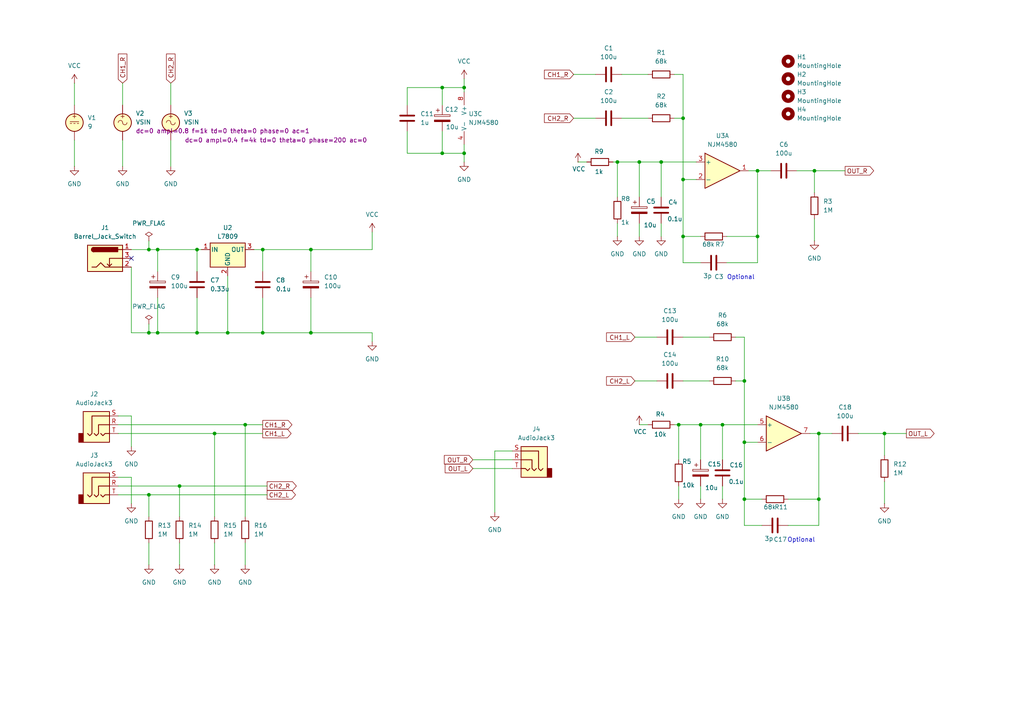
<source format=kicad_sch>
(kicad_sch (version 20231120) (generator "eeschema") (generator_version "8.0")
  (paper "A4")
  (lib_symbols
    (symbol "Amplifier_Operational:NJM4558" (pin_names (offset 0.127))
      (property "Reference" "U" (at 0 5.08 0))
      (property "Value" "NJM4558" (at 0 -5.08 0))
      (symbol "NJM4558_1_1"
        (polyline (pts (xy -5.08 5.08) (xy 5.08 0) (xy -5.08 -5.08) (xy -5.08 5.08)) (stroke (width 0.254)) (fill (type background)))
        (pin output line (at 7.62 0 180) (length 2.54) (name "~") (number "1"))
        (pin input line (at -7.62 -2.54 0) (length 2.54) (name "-") (number "2"))
        (pin input line (at -7.62 2.54 0) (length 2.54) (name "+") (number "3"))
      )
      (symbol "NJM4558_2_1"
        (polyline (pts (xy -5.08 5.08) (xy 5.08 0) (xy -5.08 -5.08) (xy -5.08 5.08)) (stroke (width 0.254)) (fill (type background)))
        (pin input line (at -7.62 2.54 0) (length 2.54) (name "+") (number "5"))
        (pin input line (at -7.62 -2.54 0) (length 2.54) (name "-") (number "6"))
        (pin output line (at 7.62 0 180) (length 2.54) (name "~") (number "7"))
      )
      (symbol "NJM4558_3_1"
        (pin power_in line (at -2.54 -7.62 90) (length 3.81) (name "V-") (number "4"))
        (pin power_in line (at -2.54 7.62 270) (length 3.81) (name "V+") (number "8"))
      )
    )
    (symbol "Connector:Barrel_Jack_Switch" (pin_names hide)
      (property "Reference" "J" (at 0 5.334 0))
      (property "Value" "Barrel_Jack_Switch" (at 0 -5.08 0))
      (symbol "Barrel_Jack_Switch_0_1"
        (rectangle (start -5.08 3.81) (end 5.08 -3.81) (stroke (width 0.254)) (fill (type background)))
        (arc (start -3.302 3.175) (mid -3.9343 2.54) (end -3.302 1.905) (stroke (width 0.254)))
        (arc (start -3.302 3.175) (mid -3.9343 2.54) (end -3.302 1.905) (stroke (width 0.254)) (fill (type outline)))
        (polyline (pts (xy 1.27 -2.286) (xy 1.905 -1.651)) (stroke (width 0.254)))
        (polyline (pts (xy 5.08 2.54) (xy 3.81 2.54)) (stroke (width 0.254)))
        (polyline (pts (xy 5.08 0) (xy 1.27 0) (xy 1.27 -2.286) (xy 0.635 -1.651)) (stroke (width 0.254)))
        (polyline (pts (xy -3.81 -2.54) (xy -2.54 -2.54) (xy -1.27 -1.27) (xy 0 -2.54) (xy 2.54 -2.54) (xy 5.08 -2.54)) (stroke (width 0.254)))
        (rectangle (start 3.683 3.175) (end -3.302 1.905) (stroke (width 0.254)) (fill (type outline)))
      )
      (symbol "Barrel_Jack_Switch_1_1"
        (pin passive line (at 7.62 2.54 180) (length 2.54) (name "~") (number "1"))
        (pin passive line (at 7.62 -2.54 180) (length 2.54) (name "~") (number "2"))
        (pin passive line (at 7.62 0 180) (length 2.54) (name "~") (number "3"))
      )
    )
    (symbol "Connector_Audio:AudioJack3"
      (property "Reference" "J" (at 0 8.89 0))
      (property "Value" "AudioJack3" (at 0 6.35 0))
      (symbol "AudioJack3_0_1"
        (rectangle (start -5.08 -5.08) (end -6.35 -2.54) (stroke (width 0.254)) (fill (type outline)))
        (polyline (pts (xy 0 -2.54) (xy 0.635 -3.175) (xy 1.27 -2.54) (xy 2.54 -2.54)) (stroke (width 0.254)))
        (polyline (pts (xy -1.905 -2.54) (xy -1.27 -3.175) (xy -0.635 -2.54) (xy -0.635 0) (xy 2.54 0)) (stroke (width 0.254)))
        (polyline (pts (xy 2.54 2.54) (xy -2.54 2.54) (xy -2.54 -2.54) (xy -3.175 -3.175) (xy -3.81 -2.54)) (stroke (width 0.254)))
        (rectangle (start 2.54 3.81) (end -5.08 -5.08) (stroke (width 0.254)) (fill (type background)))
      )
      (symbol "AudioJack3_1_1"
        (pin passive line (at 5.08 0 180) (length 2.54) (name "~") (number "R"))
        (pin passive line (at 5.08 2.54 180) (length 2.54) (name "~") (number "S"))
        (pin passive line (at 5.08 -2.54 180) (length 2.54) (name "~") (number "T"))
      )
    )
    (symbol "Device:C" (pin_numbers hide) (pin_names (offset 0.254))
      (property "Reference" "C" (at 0.635 2.54 0))
      (property "Value" "C" (at 0.635 -2.54 0))
      (symbol "C_0_1"
        (polyline (pts (xy -2.032 -0.762) (xy 2.032 -0.762)) (stroke (width 0.508)))
        (polyline (pts (xy -2.032 0.762) (xy 2.032 0.762)) (stroke (width 0.508)))
      )
      (symbol "C_1_1"
        (pin passive line (at 0 3.81 270) (length 2.794) (name "~") (number "1"))
        (pin passive line (at 0 -3.81 90) (length 2.794) (name "~") (number "2"))
      )
    )
    (symbol "Device:C_Polarized" (pin_numbers hide) (pin_names (offset 0.254))
      (property "Reference" "C" (at 0.635 2.54 0))
      (property "Value" "C_Polarized" (at 0.635 -2.54 0))
      (symbol "C_Polarized_0_1"
        (rectangle (start -2.286 0.508) (end 2.286 1.016))
        (polyline (pts (xy -1.778 2.286) (xy -0.762 2.286)))
        (polyline (pts (xy -1.27 2.794) (xy -1.27 1.778)))
        (rectangle (start 2.286 -0.508) (end -2.286 -1.016) (fill (type outline)))
      )
      (symbol "C_Polarized_1_1"
        (pin passive line (at 0 3.81 270) (length 2.794) (name "~") (number "1"))
        (pin passive line (at 0 -3.81 90) (length 2.794) (name "~") (number "2"))
      )
    )
    (symbol "Device:R" (pin_numbers hide) (pin_names (offset 0))
      (property "Reference" "R" (at 2.032 0 90))
      (property "Value" "R" (at 0 0 90))
      (symbol "R_0_1"
        (rectangle (start -1.016 -2.54) (end 1.016 2.54) (stroke (width 0.254)))
      )
      (symbol "R_1_1"
        (pin passive line (at 0 3.81 270) (length 1.27) (name "~") (number "1"))
        (pin passive line (at 0 -3.81 90) (length 1.27) (name "~") (number "2"))
      )
    )
    (symbol "Mechanical:MountingHole" (pin_names (offset 1.016)) (exclude_from_sim yes) (in_bom no)
      (property "Reference" "H" (at 0 5.08 0))
      (property "Value" "MountingHole" (at 0 3.175 0))
      (symbol "MountingHole_0_1"
        (circle (center 0 0) (radius 1.27) (stroke (width 1.27)))
      )
    )
    (symbol "Regulator_Linear:L7809" (pin_names (offset 0.254))
      (property "Reference" "U" (at -3.81 3.175 0))
      (property "Value" "L7809" (at 0 3.175 0))
      (symbol "L7809_0_1"
        (rectangle (start -5.08 1.905) (end 5.08 -5.08) (stroke (width 0.254)) (fill (type background)))
      )
      (symbol "L7809_1_1"
        (pin power_in line (at -7.62 0 0) (length 2.54) (name "IN") (number "1"))
        (pin power_in line (at 0 -7.62 90) (length 2.54) (name "GND") (number "2"))
        (pin power_out line (at 7.62 0 180) (length 2.54) (name "OUT") (number "3"))
      )
    )
    (symbol "Simulation_SPICE:VDC" (pin_numbers hide) (pin_names (offset 0.0254))
      (property "Reference" "V" (at 2.54 2.54 0))
      (property "Value" "1" (at 2.54 0 0))
      (symbol "VDC_0_0"
        (polyline (pts (xy -1.27 0.254) (xy 1.27 0.254)))
        (polyline (pts (xy -0.762 -0.254) (xy -1.27 -0.254)))
        (polyline (pts (xy 0.254 -0.254) (xy -0.254 -0.254)))
        (polyline (pts (xy 1.27 -0.254) (xy 0.762 -0.254)))
        (text "+" (at 0 1.905 0) (effects (font (size 1.27 1.27))))
      )
      (symbol "VDC_0_1"
        (circle (center 0 0) (radius 2.54) (stroke (width 0.254)) (fill (type background)))
      )
      (symbol "VDC_1_1"
        (pin passive line (at 0 5.08 270) (length 2.54) (name "~") (number "1"))
        (pin passive line (at 0 -5.08 90) (length 2.54) (name "~") (number "2"))
      )
    )
    (symbol "Simulation_SPICE:VSIN" (pin_numbers hide) (pin_names (offset 0.0254))
      (property "Reference" "V" (at 2.54 2.54 0))
      (property "Value" "VSIN" (at 2.54 0 0))
      (property "Sim.Params" "dc=0 ampl=1 f=1k ac=1" (at 2.54 -2.54 0))
      (symbol "VSIN_0_0"
        (arc (start 0 0) (mid -0.635 0.6323) (end -1.27 0))
        (arc (start 0 0) (mid 0.635 -0.6323) (end 1.27 0))
        (text "+" (at 0 1.905 0) (effects (font (size 1.27 1.27))))
      )
      (symbol "VSIN_0_1"
        (circle (center 0 0) (radius 2.54) (stroke (width 0.254)) (fill (type background)))
      )
      (symbol "VSIN_1_1"
        (pin passive line (at 0 5.08 270) (length 2.54) (name "~") (number "1"))
        (pin passive line (at 0 -5.08 90) (length 2.54) (name "~") (number "2"))
      )
    )
    (symbol "power:GND" (power) (pin_numbers hide) (pin_names (offset 0) hide)
      (property "Value" "GND" (at 0 -3.81 0))
      (symbol "GND_0_1"
        (polyline (pts (xy 0 0) (xy 0 -1.27) (xy 1.27 -1.27) (xy 0 -2.54) (xy -1.27 -1.27) (xy 0 -1.27)))
      )
      (symbol "GND_1_1"
        (pin power_in line (at 0 0 270) (length 0) (name "~") (number "1"))
      )
    )
    (symbol "power:PWR_FLAG" (power) (pin_numbers hide) (pin_names (offset 0) hide)
      (property "Value" "PWR_FLAG" (at 0 3.81 0))
      (symbol "PWR_FLAG_0_0"
        (pin power_out line (at 0 0 90) (length 0) (name "~") (number "1"))
      )
      (symbol "PWR_FLAG_0_1"
        (polyline (pts (xy 0 0) (xy 0 1.27) (xy -1.016 1.905) (xy 0 2.54) (xy 1.016 1.905) (xy 0 1.27)))
      )
    )
    (symbol "power:VCC" (power) (pin_numbers hide) (pin_names (offset 0) hide)
      (property "Value" "VCC" (at 0 3.556 0))
      (symbol "VCC_0_1"
        (polyline (pts (xy -0.762 1.27) (xy 0 2.54)))
        (polyline (pts (xy 0 0) (xy 0 2.54)))
        (polyline (pts (xy 0 2.54) (xy 0.762 1.27)))
      )
      (symbol "VCC_1_1"
        (pin power_in line (at 0 0 90) (length 0) (name "~") (number "1"))
      )
    )
  )
  (junction (at 90.17 72.39))
  (junction (at 134.62 25.4))
  (junction (at 43.18 143.51))
  (junction (at 185.42 46.99))
  (junction (at 45.72 72.39))
  (junction (at 191.77 46.99))
  (junction (at 198.12 34.29))
  (junction (at 90.17 96.52))
  (junction (at 215.9 128.27))
  (junction (at 76.2 96.52))
  (junction (at 76.2 72.39))
  (junction (at 128.27 25.4))
  (junction (at 71.12 123.19))
  (junction (at 215.9 110.49))
  (junction (at 237.49 125.73))
  (junction (at 43.18 96.52))
  (junction (at 43.18 72.39))
  (junction (at 236.22 49.53))
  (junction (at 45.72 96.52))
  (junction (at 52.07 140.97))
  (junction (at 256.54 125.73))
  (junction (at 196.85 123.19))
  (junction (at 179.07 46.99))
  (junction (at 57.15 96.52))
  (junction (at 219.71 49.53))
  (junction (at 66.04 96.52))
  (junction (at 209.55 123.19))
  (junction (at 198.12 52.07))
  (junction (at 62.23 125.73))
  (junction (at 215.9 144.78))
  (junction (at 128.27 44.45))
  (junction (at 57.15 72.39))
  (junction (at 198.12 68.58))
  (junction (at 134.62 44.45))
  (junction (at 203.2 123.19))
  (junction (at 237.49 144.78))
  (junction (at 219.71 68.58))
  (no_connect (at 38.1 74.93))
  (wire (pts (xy 52.07 140.97) (xy 52.07 149.86)))
  (wire (pts (xy 38.1 138.43) (xy 38.1 146.05)))
  (wire (pts (xy 90.17 72.39) (xy 107.95 72.39)))
  (wire (pts (xy 71.12 123.19) (xy 76.2 123.19)))
  (wire (pts (xy 209.55 123.19) (xy 219.71 123.19)))
  (wire (pts (xy 203.2 140.97) (xy 203.2 144.78)))
  (wire (pts (xy 118.11 25.4) (xy 128.27 25.4)))
  (wire (pts (xy 237.49 144.78) (xy 237.49 152.4)))
  (wire (pts (xy 166.37 21.59) (xy 172.72 21.59)))
  (wire (pts (xy 21.59 24.13) (xy 21.59 30.48)))
  (wire (pts (xy 195.58 21.59) (xy 198.12 21.59)))
  (wire (pts (xy 38.1 77.47) (xy 38.1 96.52)))
  (wire (pts (xy 184.15 110.49) (xy 190.5 110.49)))
  (wire (pts (xy 57.15 86.36) (xy 57.15 96.52)))
  (wire (pts (xy 203.2 123.19) (xy 203.2 133.35)))
  (wire (pts (xy 148.59 130.81) (xy 143.51 130.81)))
  (wire (pts (xy 45.72 72.39) (xy 57.15 72.39)))
  (wire (pts (xy 43.18 157.48) (xy 43.18 163.83)))
  (wire (pts (xy 134.62 41.91) (xy 134.62 44.45)))
  (wire (pts (xy 256.54 125.73) (xy 262.89 125.73)))
  (wire (pts (xy 35.56 40.64) (xy 35.56 48.26)))
  (wire (pts (xy 198.12 76.2) (xy 198.12 68.58)))
  (wire (pts (xy 34.29 123.19) (xy 71.12 123.19)))
  (wire (pts (xy 45.72 72.39) (xy 45.72 78.74)))
  (wire (pts (xy 220.98 144.78) (xy 215.9 144.78)))
  (wire (pts (xy 219.71 68.58) (xy 219.71 76.2)))
  (wire (pts (xy 234.95 125.73) (xy 237.49 125.73)))
  (wire (pts (xy 45.72 86.36) (xy 45.72 96.52)))
  (wire (pts (xy 73.66 72.39) (xy 76.2 72.39)))
  (wire (pts (xy 134.62 44.45) (xy 134.62 46.99)))
  (wire (pts (xy 184.15 97.79) (xy 190.5 97.79)))
  (wire (pts (xy 34.29 125.73) (xy 62.23 125.73)))
  (wire (pts (xy 34.29 140.97) (xy 52.07 140.97)))
  (wire (pts (xy 134.62 22.86) (xy 134.62 25.4)))
  (wire (pts (xy 191.77 57.15) (xy 191.77 46.99)))
  (wire (pts (xy 195.58 123.19) (xy 196.85 123.19)))
  (wire (pts (xy 57.15 72.39) (xy 58.42 72.39)))
  (wire (pts (xy 43.18 96.52) (xy 45.72 96.52)))
  (wire (pts (xy 57.15 96.52) (xy 66.04 96.52)))
  (wire (pts (xy 45.72 96.52) (xy 57.15 96.52)))
  (wire (pts (xy 128.27 25.4) (xy 128.27 30.48)))
  (wire (pts (xy 90.17 86.36) (xy 90.17 96.52)))
  (wire (pts (xy 71.12 157.48) (xy 71.12 163.83)))
  (wire (pts (xy 220.98 152.4) (xy 215.9 152.4)))
  (wire (pts (xy 236.22 63.5) (xy 236.22 69.85)))
  (wire (pts (xy 236.22 49.53) (xy 236.22 55.88)))
  (wire (pts (xy 167.64 46.99) (xy 170.18 46.99)))
  (wire (pts (xy 198.12 97.79) (xy 205.74 97.79)))
  (wire (pts (xy 228.6 144.78) (xy 237.49 144.78)))
  (wire (pts (xy 118.11 38.1) (xy 118.11 44.45)))
  (wire (pts (xy 71.12 123.19) (xy 71.12 149.86)))
  (wire (pts (xy 185.42 46.99) (xy 191.77 46.99)))
  (wire (pts (xy 209.55 140.97) (xy 209.55 144.78)))
  (wire (pts (xy 248.92 125.73) (xy 256.54 125.73)))
  (wire (pts (xy 49.53 40.64) (xy 49.53 48.26)))
  (wire (pts (xy 62.23 125.73) (xy 76.2 125.73)))
  (wire (pts (xy 43.18 143.51) (xy 77.47 143.51)))
  (wire (pts (xy 219.71 49.53) (xy 223.52 49.53)))
  (wire (pts (xy 191.77 64.77) (xy 191.77 68.58)))
  (wire (pts (xy 198.12 34.29) (xy 198.12 52.07)))
  (wire (pts (xy 237.49 125.73) (xy 241.3 125.73)))
  (wire (pts (xy 34.29 120.65) (xy 38.1 120.65)))
  (wire (pts (xy 191.77 46.99) (xy 201.93 46.99)))
  (wire (pts (xy 137.16 135.89) (xy 148.59 135.89)))
  (wire (pts (xy 66.04 96.52) (xy 76.2 96.52)))
  (wire (pts (xy 179.07 64.77) (xy 179.07 68.58)))
  (wire (pts (xy 236.22 49.53) (xy 245.11 49.53)))
  (wire (pts (xy 52.07 157.48) (xy 52.07 163.83)))
  (wire (pts (xy 215.9 110.49) (xy 215.9 128.27)))
  (wire (pts (xy 210.82 68.58) (xy 219.71 68.58)))
  (wire (pts (xy 215.9 144.78) (xy 215.9 128.27)))
  (wire (pts (xy 90.17 96.52) (xy 107.95 96.52)))
  (wire (pts (xy 180.34 21.59) (xy 187.96 21.59)))
  (wire (pts (xy 43.18 93.98) (xy 43.18 96.52)))
  (wire (pts (xy 128.27 25.4) (xy 134.62 25.4)))
  (wire (pts (xy 185.42 46.99) (xy 185.42 57.15)))
  (wire (pts (xy 213.36 110.49) (xy 215.9 110.49)))
  (wire (pts (xy 62.23 125.73) (xy 62.23 149.86)))
  (wire (pts (xy 195.58 34.29) (xy 198.12 34.29)))
  (wire (pts (xy 196.85 140.97) (xy 196.85 144.78)))
  (wire (pts (xy 196.85 123.19) (xy 196.85 133.35)))
  (wire (pts (xy 76.2 96.52) (xy 90.17 96.52)))
  (wire (pts (xy 52.07 140.97) (xy 77.47 140.97)))
  (wire (pts (xy 128.27 38.1) (xy 128.27 44.45)))
  (wire (pts (xy 38.1 96.52) (xy 43.18 96.52)))
  (wire (pts (xy 198.12 68.58) (xy 198.12 52.07)))
  (wire (pts (xy 49.53 24.13) (xy 49.53 30.48)))
  (wire (pts (xy 180.34 34.29) (xy 187.96 34.29)))
  (wire (pts (xy 209.55 133.35) (xy 209.55 123.19)))
  (wire (pts (xy 228.6 152.4) (xy 237.49 152.4)))
  (wire (pts (xy 198.12 52.07) (xy 201.93 52.07)))
  (wire (pts (xy 203.2 123.19) (xy 209.55 123.19)))
  (wire (pts (xy 219.71 49.53) (xy 219.71 68.58)))
  (wire (pts (xy 231.14 49.53) (xy 236.22 49.53)))
  (wire (pts (xy 134.62 25.4) (xy 134.62 26.67)))
  (wire (pts (xy 66.04 96.52) (xy 66.04 80.01)))
  (wire (pts (xy 43.18 72.39) (xy 45.72 72.39)))
  (wire (pts (xy 76.2 72.39) (xy 76.2 78.74)))
  (wire (pts (xy 107.95 96.52) (xy 107.95 99.06)))
  (wire (pts (xy 90.17 72.39) (xy 90.17 78.74)))
  (wire (pts (xy 179.07 46.99) (xy 185.42 46.99)))
  (wire (pts (xy 215.9 152.4) (xy 215.9 144.78)))
  (wire (pts (xy 43.18 69.85) (xy 43.18 72.39)))
  (wire (pts (xy 38.1 72.39) (xy 43.18 72.39)))
  (wire (pts (xy 217.17 49.53) (xy 219.71 49.53)))
  (wire (pts (xy 62.23 157.48) (xy 62.23 163.83)))
  (wire (pts (xy 215.9 97.79) (xy 215.9 110.49)))
  (wire (pts (xy 34.29 138.43) (xy 38.1 138.43)))
  (wire (pts (xy 210.82 76.2) (xy 219.71 76.2)))
  (wire (pts (xy 198.12 21.59) (xy 198.12 34.29)))
  (wire (pts (xy 203.2 68.58) (xy 198.12 68.58)))
  (wire (pts (xy 34.29 143.51) (xy 43.18 143.51)))
  (wire (pts (xy 107.95 67.31) (xy 107.95 72.39)))
  (wire (pts (xy 185.42 123.19) (xy 187.96 123.19)))
  (wire (pts (xy 76.2 96.52) (xy 76.2 86.36)))
  (wire (pts (xy 137.16 133.35) (xy 148.59 133.35)))
  (wire (pts (xy 213.36 97.79) (xy 215.9 97.79)))
  (wire (pts (xy 256.54 139.7) (xy 256.54 146.05)))
  (wire (pts (xy 185.42 64.77) (xy 185.42 68.58)))
  (wire (pts (xy 143.51 130.81) (xy 143.51 148.59)))
  (wire (pts (xy 118.11 30.48) (xy 118.11 25.4)))
  (wire (pts (xy 177.8 46.99) (xy 179.07 46.99)))
  (wire (pts (xy 57.15 72.39) (xy 57.15 78.74)))
  (wire (pts (xy 203.2 76.2) (xy 198.12 76.2)))
  (wire (pts (xy 256.54 125.73) (xy 256.54 132.08)))
  (wire (pts (xy 237.49 125.73) (xy 237.49 144.78)))
  (wire (pts (xy 215.9 128.27) (xy 219.71 128.27)))
  (wire (pts (xy 38.1 120.65) (xy 38.1 129.54)))
  (wire (pts (xy 43.18 143.51) (xy 43.18 149.86)))
  (wire (pts (xy 35.56 24.13) (xy 35.56 30.48)))
  (wire (pts (xy 198.12 110.49) (xy 205.74 110.49)))
  (wire (pts (xy 196.85 123.19) (xy 203.2 123.19)))
  (wire (pts (xy 118.11 44.45) (xy 128.27 44.45)))
  (wire (pts (xy 21.59 40.64) (xy 21.59 48.26)))
  (wire (pts (xy 166.37 34.29) (xy 172.72 34.29)))
  (wire (pts (xy 76.2 72.39) (xy 90.17 72.39)))
  (wire (pts (xy 128.27 44.45) (xy 134.62 44.45)))
  (wire (pts (xy 179.07 46.99) (xy 179.07 57.15)))
  (text "Optional" (at 214.884 80.518 0) (effects (font (size 1.27 1.27))))
  (text "Optional" (at 232.41 156.718 0) (effects (font (size 1.27 1.27))))
  (global_label "CH1_R" (shape input) (at 35.56 24.13 90) (property "Intersheetrefs" "${INTERSHEET_REFS}" (effects (hide yes))))
  (global_label "OUT_L" (shape output) (at 262.89 125.73 0) (property "Intersheetrefs" "${INTERSHEET_REFS}" (effects (hide yes))))
  (global_label "CH1_R" (shape input) (at 166.37 21.59 180) (property "Intersheetrefs" "${INTERSHEET_REFS}" (effects (hide yes))))
  (global_label "CH1_L" (shape output) (at 76.2 125.73 0) (property "Intersheetrefs" "${INTERSHEET_REFS}" (effects (hide yes))))
  (global_label "CH2_R" (shape input) (at 49.53 24.13 90) (property "Intersheetrefs" "${INTERSHEET_REFS}" (effects (hide yes))))
  (global_label "CH1_R" (shape output) (at 76.2 123.19 0) (property "Intersheetrefs" "${INTERSHEET_REFS}" (effects (hide yes))))
  (global_label "OUT_R" (shape output) (at 245.11 49.53 0) (property "Intersheetrefs" "${INTERSHEET_REFS}" (effects (hide yes))))
  (global_label "CH1_L" (shape input) (at 184.15 97.79 180) (property "Intersheetrefs" "${INTERSHEET_REFS}" (effects (hide yes))))
  (global_label "CH2_L" (shape input) (at 184.15 110.49 180) (property "Intersheetrefs" "${INTERSHEET_REFS}" (effects (hide yes))))
  (global_label "CH2_R" (shape output) (at 77.47 140.97 0) (property "Intersheetrefs" "${INTERSHEET_REFS}" (effects (hide yes))))
  (global_label "OUT_R" (shape input) (at 137.16 133.35 180) (property "Intersheetrefs" "${INTERSHEET_REFS}" (effects (hide yes))))
  (global_label "CH2_R" (shape input) (at 166.37 34.29 180) (property "Intersheetrefs" "${INTERSHEET_REFS}" (effects (hide yes))))
  (global_label "OUT_L" (shape input) (at 137.16 135.89 180) (property "Intersheetrefs" "${INTERSHEET_REFS}" (effects (hide yes))))
  (global_label "CH2_L" (shape output) (at 77.47 143.51 0) (property "Intersheetrefs" "${INTERSHEET_REFS}" (effects (hide yes))))
  (symbol (lib_id "Device:C") (at 176.53 21.59 90) (unit 1)
    (property "Reference" "C1" (at 176.53 13.97 90))
    (property "Value" "100u" (at 176.53 16.51 90))
    (property "Footprint" "Capacitor_THT:CP_Radial_D8.0mm_P3.50mm" (effects (hide yes)))
    (property "Description" "Unpolarized capacitor" (effects (hide yes)))
    (property "URL" "https://akizukidenshi.com/catalog/g/g105041/" (effects (hide yes)))
  )
  (symbol (lib_id "Device:C") (at 191.77 60.96 0) (unit 1)
    (property "Reference" "C4" (at 193.802 58.674 0) (effects (justify left)))
    (property "Value" "0.1u" (at 193.548 63.5 0) (effects (justify left)))
    (property "Footprint" "Capacitor_THT:C_Disc_D3.8mm_W2.6mm_P2.50mm" (effects (hide yes)))
    (property "Description" "Unpolarized capacitor" (effects (hide yes)))
  )
  (symbol (lib_id "power:GND") (at 179.07 68.58 0) (mirror y) (unit 1)
    (property "Reference" "#PWR014" (effects (hide yes)))
    (property "Value" "GND" (at 179.07 73.66 0))
    (property "Description" "Power symbol creates a global label with name \"GND\" , ground" (effects (hide yes)))
  )
  (symbol (lib_id "Regulator_Linear:L7809") (at 66.04 72.39 0) (unit 1) (exclude_from_sim yes)
    (property "Reference" "U2" (at 66.04 66.04 0))
    (property "Value" "L7809" (at 66.04 68.58 0))
    (property "Footprint" "Package_TO_SOT_THT:TO-220-3_Vertical" (effects (hide yes)))
    (property "Datasheet" "http://www.st.com/content/ccc/resource/technical/document/datasheet/41/4f/b3/b0/12/d4/47/88/CD00000444.pdf/files/CD00000444.pdf/jcr:content/translations/en.CD00000444.pdf" (effects (hide yes)))
    (property "Description" "Positive 1.5A 35V Linear Regulator, Fixed Output 9V, TO-220/TO-263/TO-252" (effects (hide yes)))
    (property "URL" "https://akizukidenshi.com/catalog/g/g111165/" (effects (hide yes)))
    (property "MPN" "L7809CV" (effects (hide yes)))
    (property "purchase" "1" (effects (hide yes)))
  )
  (symbol (lib_id "power:VCC") (at 134.62 22.86 0) (unit 1)
    (property "Reference" "#PWR07" (effects (hide yes)))
    (property "Value" "VCC" (at 134.62 17.78 0))
    (property "Description" "Power symbol creates a global label with name \"VCC\"" (effects (hide yes)))
  )
  (symbol (lib_id "Connector_Audio:AudioJack3") (at 29.21 140.97 0) (unit 1) (exclude_from_sim yes)
    (property "Reference" "J3" (at 27.305 132.08 0))
    (property "Value" "AudioJack3" (at 27.305 134.62 0))
    (property "Footprint" "Connector_Audio:Jack_3.5mm_Switronic_ST-005-G_horizontal" (effects (hide yes)))
    (property "Description" "Audio Jack, 3 Poles (Stereo / TRS)" (effects (hide yes)))
    (property "MPN" "ST-005-G" (effects (hide yes)))
    (property "URL" "https://akizukidenshi.com/catalog/g/g102460/" (effects (hide yes)))
    (property "purchase" "3" (effects (hide yes)))
  )
  (symbol (lib_id "Device:C_Polarized") (at 90.17 82.55 0) (unit 1) (exclude_from_sim yes)
    (property "Reference" "C10" (at 93.98 80.3909 0) (effects (justify left)))
    (property "Value" "100u" (at 93.98 82.9309 0) (effects (justify left)))
    (property "Footprint" "Capacitor_THT:CP_Radial_D5.0mm_P2.50mm" (effects (hide yes)))
    (property "Description" "Polarized capacitor" (effects (hide yes)))
  )
  (symbol (lib_id "power:GND") (at 134.62 46.99 0) (mirror y) (unit 1)
    (property "Reference" "#PWR08" (effects (hide yes)))
    (property "Value" "GND" (at 134.62 52.07 0))
    (property "Description" "Power symbol creates a global label with name \"GND\" , ground" (effects (hide yes)))
  )
  (symbol (lib_id "Device:C_Polarized") (at 203.2 137.16 0) (unit 1)
    (property "Reference" "C15" (at 205.232 134.62 0) (effects (justify left)))
    (property "Value" "10u" (at 204.47 141.478 0) (effects (justify left)))
    (property "Footprint" "Capacitor_THT:C_Disc_D3.8mm_W2.6mm_P2.50mm" (effects (hide yes)))
    (property "Description" "Polarized capacitor" (effects (hide yes)))
    (property "MPN" "RD20F106Z1EH5L" (effects (hide yes)))
    (property "URL" "https://akizukidenshi.com/catalog/g/g103095/" (effects (hide yes)))
    (property "purchase" "1" (effects (hide yes)))
  )
  (symbol (lib_id "power:GND") (at 203.2 144.78 0) (mirror y) (unit 1)
    (property "Reference" "#PWR09" (effects (hide yes)))
    (property "Value" "GND" (at 203.2 149.86 0))
    (property "Description" "Power symbol creates a global label with name \"GND\" , ground" (effects (hide yes)))
  )
  (symbol (lib_id "Device:R") (at 52.07 153.67 0) (unit 1) (exclude_from_sim yes)
    (property "Reference" "R14" (at 54.61 152.3999 0) (effects (justify left)))
    (property "Value" "1M" (at 54.61 154.9399 0) (effects (justify left)))
    (property "Footprint" "Resistor_THT:R_Axial_DIN0411_L9.9mm_D3.6mm_P15.24mm_Horizontal" (effects (hide yes)))
    (property "Description" "Resistor" (effects (hide yes)))
    (property "URL" "https://akizukidenshi.com/catalog/g/g125105/" (effects (hide yes)))
    (property "purchase" "6" (effects (hide yes)))
  )
  (symbol (lib_id "power:GND") (at 43.18 163.83 0) (mirror y) (unit 1)
    (property "Reference" "#PWR019" (effects (hide yes)))
    (property "Value" "GND" (at 43.18 168.91 0))
    (property "Description" "Power symbol creates a global label with name \"GND\" , ground" (effects (hide yes)))
  )
  (symbol (lib_id "Device:C") (at 227.33 49.53 90) (unit 1)
    (property "Reference" "C6" (at 227.33 41.91 90))
    (property "Value" "100u" (at 227.33 44.45 90))
    (property "Footprint" "Capacitor_THT:CP_Radial_D8.0mm_P3.50mm" (effects (hide yes)))
    (property "Description" "Unpolarized capacitor" (effects (hide yes)))
    (property "URL" "https://akizukidenshi.com/catalog/g/g105041/" (effects (hide yes)))
    (property "purchase" "1" (effects (hide yes)))
  )
  (symbol (lib_id "Mechanical:MountingHole") (at 228.6 33.02 0) (unit 1) (exclude_from_sim yes) (in_bom no)
    (property "Reference" "H4" (at 231.14 31.7499 0) (effects (justify left)))
    (property "Value" "MountingHole" (at 231.14 34.2899 0) (effects (justify left)))
    (property "Footprint" "MountingHole:MountingHole_3.2mm_M3" (effects (hide yes)))
    (property "Description" "Mounting Hole without connection" (effects (hide yes)))
  )
  (symbol (lib_id "power:PWR_FLAG") (at 43.18 93.98 0) (unit 1)
    (property "Reference" "#FLG02" (effects (hide yes)))
    (property "Value" "PWR_FLAG" (at 43.18 88.9 0))
    (property "Description" "Special symbol for telling ERC where power comes from" (effects (hide yes)))
  )
  (symbol (lib_id "Device:R") (at 236.22 59.69 0) (unit 1)
    (property "Reference" "R3" (at 238.76 58.4199 0) (effects (justify left)))
    (property "Value" "1M" (at 238.76 60.9599 0) (effects (justify left)))
    (property "Footprint" "Resistor_THT:R_Axial_DIN0411_L9.9mm_D3.6mm_P15.24mm_Horizontal" (effects (hide yes)))
    (property "Description" "Resistor" (effects (hide yes)))
    (property "URL" "https://akizukidenshi.com/catalog/g/g125105/" (effects (hide yes)))
    (property "purchase" "6" (effects (hide yes)))
  )
  (symbol (lib_id "Simulation_SPICE:VDC") (at 21.59 35.56 0) (unit 1) (in_bom no) (on_board no)
    (property "Reference" "V1" (at 25.4 34.1601 0) (effects (justify left)))
    (property "Value" "9" (at 25.4 36.7001 0) (effects (justify left)))
    (property "Datasheet" "https://ngspice.sourceforge.io/docs/ngspice-html-manual/manual.xhtml#sec_Independent_Sources_for" (effects (hide yes)))
    (property "Description" "Voltage source, DC" (effects (hide yes)))
    (property "Sim.Pins" "1=+ 2=-" (effects (hide yes)))
    (property "Sim.Type" "DC" (effects (hide yes)))
    (property "Sim.Device" "V" (effects (hide yes)))
  )
  (symbol (lib_id "Simulation_SPICE:VSIN") (at 35.56 35.56 0) (unit 1) (in_bom no) (on_board no)
    (property "Reference" "V2" (at 39.37 32.8901 0) (effects (justify left)))
    (property "Value" "VSIN" (at 39.37 35.4301 0) (effects (justify left)))
    (property "Datasheet" "https://ngspice.sourceforge.io/docs/ngspice-html-manual/manual.xhtml#sec_Independent_Sources_for" (effects (hide yes)))
    (property "Description" "Voltage source, sinusoidal" (effects (hide yes)))
    (property "Sim.Pins" "1=+ 2=-" (effects (hide yes)))
    (property "Sim.Params" "dc=0 ampl=0.8 f=1k td=0 theta=0 phase=0 ac=1" (at 39.37 37.9701 0) (effects (justify left)))
    (property "Sim.Type" "SIN" (effects (hide yes)))
    (property "Sim.Device" "V" (effects (hide yes)))
  )
  (symbol (lib_id "Device:R") (at 173.99 46.99 90) (unit 1)
    (property "Reference" "R9" (at 173.736 43.942 90))
    (property "Value" "1k" (at 173.736 49.784 90))
    (property "Footprint" "Resistor_THT:R_Axial_DIN0411_L9.9mm_D3.6mm_P15.24mm_Horizontal" (effects (hide yes)))
    (property "Description" "Resistor" (effects (hide yes)))
  )
  (symbol (lib_id "power:GND") (at 209.55 144.78 0) (mirror y) (unit 1)
    (property "Reference" "#PWR016" (effects (hide yes)))
    (property "Value" "GND" (at 209.55 149.86 0))
    (property "Description" "Power symbol creates a global label with name \"GND\" , ground" (effects (hide yes)))
  )
  (symbol (lib_id "Device:C") (at 176.53 34.29 90) (unit 1)
    (property "Reference" "C2" (at 176.53 26.67 90))
    (property "Value" "100u" (at 176.53 29.21 90))
    (property "Footprint" "Capacitor_THT:CP_Radial_D8.0mm_P3.50mm" (effects (hide yes)))
    (property "Description" "Unpolarized capacitor" (effects (hide yes)))
    (property "URL" "https://akizukidenshi.com/catalog/g/g105041/" (effects (hide yes)))
  )
  (symbol (lib_id "Device:C") (at 245.11 125.73 90) (unit 1)
    (property "Reference" "C18" (at 245.11 118.11 90))
    (property "Value" "100u" (at 245.11 120.65 90))
    (property "Footprint" "Capacitor_THT:CP_Radial_D8.0mm_P3.50mm" (effects (hide yes)))
    (property "Description" "Unpolarized capacitor" (effects (hide yes)))
    (property "URL" "https://akizukidenshi.com/catalog/g/g105041/" (effects (hide yes)))
  )
  (symbol (lib_id "power:VCC") (at 21.59 24.13 0) (unit 1)
    (property "Reference" "#PWR010" (effects (hide yes)))
    (property "Value" "VCC" (at 21.59 19.05 0))
    (property "Description" "Power symbol creates a global label with name \"VCC\"" (effects (hide yes)))
  )
  (symbol (lib_id "Amplifier_Operational:NJM4558") (at 137.16 34.29 0) (unit 3)
    (property "Reference" "U3" (at 135.89 33.0199 0) (effects (justify left)))
    (property "Value" "NJM4580" (at 135.89 35.5599 0) (effects (justify left)))
    (property "Footprint" "Package_DIP:DIP-8_W7.62mm" (effects (hide yes)))
    (property "Description" "Dual Operational Amplifier, DIP-8/DMP-8/SIP-8/SOP-8/SSOP-8" (effects (hide yes)))
    (property "Sim.Library" "${KICAD7_SYMBOL_DIR}/Simulation_SPICE.sp" (effects (hide yes)))
    (property "Sim.Name" "kicad_builtin_opamp_dual" (effects (hide yes)))
    (property "Sim.Device" "SUBCKT" (effects (hide yes)))
    (property "Sim.Pins" "1=out1 2=in1- 3=in1+ 4=vee 5=in2+ 6=in2- 7=out2 8=vcc" (effects (hide yes)))
    (property "purchase" "0" (effects (hide yes)))
  )
  (symbol (lib_id "Device:C") (at 76.2 82.55 0) (unit 1) (exclude_from_sim yes)
    (property "Reference" "C8" (at 80.01 81.2799 0) (effects (justify left)))
    (property "Value" "0.1u" (at 80.01 83.8199 0) (effects (justify left)))
    (property "Footprint" "Capacitor_THT:C_Disc_D3.8mm_W2.6mm_P2.50mm" (effects (hide yes)))
    (property "Description" "Unpolarized capacitor" (effects (hide yes)))
  )
  (symbol (lib_id "power:GND") (at 49.53 48.26 0) (mirror y) (unit 1)
    (property "Reference" "#PWR015" (effects (hide yes)))
    (property "Value" "GND" (at 49.53 53.34 0))
    (property "Description" "Power symbol creates a global label with name \"GND\" , ground" (effects (hide yes)))
  )
  (symbol (lib_id "Device:R") (at 179.07 60.96 0) (unit 1)
    (property "Reference" "R8" (at 180.086 57.658 0) (effects (justify left)))
    (property "Value" "1k" (at 180.086 64.516 0) (effects (justify left)))
    (property "Footprint" "Resistor_THT:R_Axial_DIN0411_L9.9mm_D3.6mm_P15.24mm_Horizontal" (effects (hide yes)))
    (property "Description" "Resistor" (effects (hide yes)))
  )
  (symbol (lib_id "Device:C_Polarized") (at 128.27 34.29 0) (unit 1)
    (property "Reference" "C12" (at 129.032 31.75 0) (effects (justify left)))
    (property "Value" "10u" (at 129.286 36.83 0) (effects (justify left)))
    (property "Footprint" "Capacitor_THT:C_Disc_D3.8mm_W2.6mm_P2.50mm" (effects (hide yes)))
    (property "Description" "Polarized capacitor" (effects (hide yes)))
    (property "URL" "https://akizukidenshi.com/catalog/g/g103095/" (effects (hide yes)))
    (property "purchase" "1" (effects (hide yes)))
    (property "MPN" "RD20F106Z1EH5L" (effects (hide yes)))
  )
  (symbol (lib_id "power:GND") (at 35.56 48.26 0) (mirror y) (unit 1)
    (property "Reference" "#PWR013" (effects (hide yes)))
    (property "Value" "GND" (at 35.56 53.34 0))
    (property "Description" "Power symbol creates a global label with name \"GND\" , ground" (effects (hide yes)))
  )
  (symbol (lib_id "Device:C") (at 224.79 152.4 90) (unit 1)
    (property "Reference" "C17" (at 226.314 156.464 90))
    (property "Value" "3p" (at 223.012 156.21 90))
    (property "Footprint" "Capacitor_THT:C_Disc_D3.8mm_W2.6mm_P2.50mm" (effects (hide yes)))
    (property "Description" "Unpolarized capacitor" (effects (hide yes)))
  )
  (symbol (lib_id "power:GND") (at 38.1 129.54 0) (mirror y) (unit 1)
    (property "Reference" "#PWR023" (effects (hide yes)))
    (property "Value" "GND" (at 38.1 134.62 0))
    (property "Description" "Power symbol creates a global label with name \"GND\" , ground" (effects (hide yes)))
  )
  (symbol (lib_id "Amplifier_Operational:NJM4558") (at 209.55 49.53 0) (unit 1)
    (property "Reference" "U3" (at 209.55 39.37 0))
    (property "Value" "NJM4580" (at 209.55 41.91 0))
    (property "Footprint" "Package_DIP:DIP-8_W7.62mm" (effects (hide yes)))
    (property "Description" "Dual Operational Amplifier, DIP-8/DMP-8/SIP-8/SOP-8/SSOP-8" (effects (hide yes)))
    (property "Sim.Library" "${KICAD7_SYMBOL_DIR}/Simulation_SPICE.sp" (effects (hide yes)))
    (property "Sim.Name" "kicad_builtin_opamp_dual" (effects (hide yes)))
    (property "Sim.Device" "SUBCKT" (effects (hide yes)))
    (property "Sim.Pins" "1=out1 2=in1- 3=in1+ 4=vee 5=in2+ 6=in2- 7=out2 8=vcc" (effects (hide yes)))
    (property "purchase" "0" (effects (hide yes)))
  )
  (symbol (lib_id "power:VCC") (at 107.95 67.31 0) (unit 1)
    (property "Reference" "#PWR02" (effects (hide yes)))
    (property "Value" "VCC" (at 107.95 62.23 0))
    (property "Description" "Power symbol creates a global label with name \"VCC\"" (effects (hide yes)))
  )
  (symbol (lib_id "Mechanical:MountingHole") (at 228.6 17.78 0) (unit 1) (exclude_from_sim yes) (in_bom no)
    (property "Reference" "H1" (at 231.14 16.5099 0) (effects (justify left)))
    (property "Value" "MountingHole" (at 231.14 19.0499 0) (effects (justify left)))
    (property "Footprint" "MountingHole:MountingHole_3.2mm_M3" (effects (hide yes)))
    (property "Description" "Mounting Hole without connection" (effects (hide yes)))
  )
  (symbol (lib_id "Device:R") (at 191.77 34.29 90) (unit 1)
    (property "Reference" "R2" (at 191.77 27.94 90))
    (property "Value" "68k" (at 191.77 30.48 90))
    (property "Footprint" "Resistor_THT:R_Axial_DIN0411_L9.9mm_D3.6mm_P15.24mm_Horizontal" (effects (hide yes)))
    (property "Description" "Resistor" (effects (hide yes)))
    (property "URL" "https://akizukidenshi.com/catalog/g/g107852/" (effects (hide yes)))
    (property "purchase" "6" (effects (hide yes)))
  )
  (symbol (lib_id "Connector_Audio:AudioJack3") (at 29.21 123.19 0) (unit 1) (exclude_from_sim yes)
    (property "Reference" "J2" (at 27.305 114.3 0))
    (property "Value" "AudioJack3" (at 27.305 116.84 0))
    (property "Footprint" "Connector_Audio:Jack_3.5mm_Switronic_ST-005-G_horizontal" (effects (hide yes)))
    (property "Description" "Audio Jack, 3 Poles (Stereo / TRS)" (effects (hide yes)))
    (property "MPN" "ST-005-G" (effects (hide yes)))
    (property "URL" "https://akizukidenshi.com/catalog/g/g102460/" (effects (hide yes)))
    (property "purchase" "3" (effects (hide yes)))
  )
  (symbol (lib_id "power:GND") (at 52.07 163.83 0) (mirror y) (unit 1)
    (property "Reference" "#PWR020" (effects (hide yes)))
    (property "Value" "GND" (at 52.07 168.91 0))
    (property "Description" "Power symbol creates a global label with name \"GND\" , ground" (effects (hide yes)))
  )
  (symbol (lib_id "Device:R") (at 191.77 21.59 90) (mirror x) (unit 1)
    (property "Reference" "R1" (at 191.77 15.24 90))
    (property "Value" "68k" (at 191.77 17.78 90))
    (property "Footprint" "Resistor_THT:R_Axial_DIN0411_L9.9mm_D3.6mm_P15.24mm_Horizontal" (effects (hide yes)))
    (property "Description" "Resistor" (effects (hide yes)))
    (property "URL" "https://akizukidenshi.com/catalog/g/g107852/" (effects (hide yes)))
    (property "purchase" "6" (effects (hide yes)))
  )
  (symbol (lib_id "Device:R") (at 43.18 153.67 0) (unit 1) (exclude_from_sim yes)
    (property "Reference" "R13" (at 45.72 152.3999 0) (effects (justify left)))
    (property "Value" "1M" (at 45.72 154.9399 0) (effects (justify left)))
    (property "Footprint" "Resistor_THT:R_Axial_DIN0411_L9.9mm_D3.6mm_P15.24mm_Horizontal" (effects (hide yes)))
    (property "Description" "Resistor" (effects (hide yes)))
    (property "URL" "https://akizukidenshi.com/catalog/g/g125105/" (effects (hide yes)))
    (property "purchase" "6" (effects (hide yes)))
  )
  (symbol (lib_id "Connector_Audio:AudioJack3") (at 153.67 133.35 0) (mirror y) (unit 1) (exclude_from_sim yes)
    (property "Reference" "J4" (at 155.575 124.46 0))
    (property "Value" "AudioJack3" (at 155.575 127 0))
    (property "Footprint" "Connector_Audio:Jack_3.5mm_Switronic_ST-005-G_horizontal" (effects (hide yes)))
    (property "Description" "Audio Jack, 3 Poles (Stereo / TRS)" (effects (hide yes)))
    (property "MPN" "ST-005-G" (effects (hide yes)))
    (property "URL" "https://akizukidenshi.com/catalog/g/g102460/" (effects (hide yes)))
    (property "purchase" "3" (effects (hide yes)))
  )
  (symbol (lib_id "power:GND") (at 38.1 146.05 0) (mirror y) (unit 1)
    (property "Reference" "#PWR024" (effects (hide yes)))
    (property "Value" "GND" (at 38.1 151.13 0))
    (property "Description" "Power symbol creates a global label with name \"GND\" , ground" (effects (hide yes)))
  )
  (symbol (lib_id "power:GND") (at 185.42 68.58 0) (mirror y) (unit 1)
    (property "Reference" "#PWR01" (effects (hide yes)))
    (property "Value" "GND" (at 185.42 73.66 0))
    (property "Description" "Power symbol creates a global label with name \"GND\" , ground" (effects (hide yes)))
  )
  (symbol (lib_id "Device:R") (at 207.01 68.58 90) (unit 1)
    (property "Reference" "R7" (at 208.788 70.866 90))
    (property "Value" "68k" (at 205.486 70.866 90))
    (property "Footprint" "Resistor_THT:R_Axial_DIN0204_L3.6mm_D1.6mm_P2.54mm_Vertical" (effects (hide yes)))
    (property "Description" "Resistor" (effects (hide yes)))
    (property "URL" "https://akizukidenshi.com/catalog/g/g107852/" (effects (hide yes)))
    (property "purchase" "6" (effects (hide yes)))
  )
  (symbol (lib_id "Device:C_Polarized") (at 185.42 60.96 0) (unit 1)
    (property "Reference" "C5" (at 187.452 58.42 0) (effects (justify left)))
    (property "Value" "10u" (at 186.69 65.278 0) (effects (justify left)))
    (property "Footprint" "Capacitor_THT:C_Disc_D3.8mm_W2.6mm_P2.50mm" (effects (hide yes)))
    (property "Description" "Polarized capacitor" (effects (hide yes)))
    (property "MPN" "RD20F106Z1EH5L" (effects (hide yes)))
    (property "URL" "https://akizukidenshi.com/catalog/g/g103095/" (effects (hide yes)))
    (property "purchase" "1" (effects (hide yes)))
  )
  (symbol (lib_id "power:GND") (at 21.59 48.26 0) (mirror y) (unit 1)
    (property "Reference" "#PWR011" (effects (hide yes)))
    (property "Value" "GND" (at 21.59 53.34 0))
    (property "Description" "Power symbol creates a global label with name \"GND\" , ground" (effects (hide yes)))
  )
  (symbol (lib_id "Device:C") (at 194.31 97.79 90) (unit 1)
    (property "Reference" "C13" (at 194.31 90.17 90))
    (property "Value" "100u" (at 194.31 92.71 90))
    (property "Footprint" "Capacitor_THT:CP_Radial_D8.0mm_P3.50mm" (effects (hide yes)))
    (property "Description" "Unpolarized capacitor" (effects (hide yes)))
    (property "URL" "https://akizukidenshi.com/catalog/g/g105041/" (effects (hide yes)))
  )
  (symbol (lib_id "power:GND") (at 191.77 68.58 0) (mirror y) (unit 1)
    (property "Reference" "#PWR012" (effects (hide yes)))
    (property "Value" "GND" (at 191.77 73.66 0))
    (property "Description" "Power symbol creates a global label with name \"GND\" , ground" (effects (hide yes)))
  )
  (symbol (lib_id "Device:R") (at 209.55 97.79 90) (mirror x) (unit 1)
    (property "Reference" "R6" (at 209.55 91.44 90))
    (property "Value" "68k" (at 209.55 93.98 90))
    (property "Footprint" "Resistor_THT:R_Axial_DIN0411_L9.9mm_D3.6mm_P15.24mm_Horizontal" (effects (hide yes)))
    (property "Description" "Resistor" (effects (hide yes)))
    (property "URL" "https://akizukidenshi.com/catalog/g/g107852/" (effects (hide yes)))
    (property "purchase" "6" (effects (hide yes)))
  )
  (symbol (lib_id "Device:C") (at 118.11 34.29 0) (unit 1)
    (property "Reference" "C11" (at 121.92 33.0199 0) (effects (justify left)))
    (property "Value" "1u" (at 121.92 35.5599 0) (effects (justify left)))
    (property "Footprint" "Capacitor_THT:C_Disc_D3.8mm_W2.6mm_P2.50mm" (effects (hide yes)))
    (property "Description" "Unpolarized capacitor" (effects (hide yes)))
  )
  (symbol (lib_id "Device:C") (at 194.31 110.49 90) (unit 1)
    (property "Reference" "C14" (at 194.31 102.87 90))
    (property "Value" "100u" (at 194.31 105.41 90))
    (property "Footprint" "Capacitor_THT:CP_Radial_D8.0mm_P3.50mm" (effects (hide yes)))
    (property "Description" "Unpolarized capacitor" (effects (hide yes)))
    (property "URL" "https://akizukidenshi.com/catalog/g/g105041/" (effects (hide yes)))
  )
  (symbol (lib_id "power:GND") (at 62.23 163.83 0) (mirror y) (unit 1)
    (property "Reference" "#PWR021" (effects (hide yes)))
    (property "Value" "GND" (at 62.23 168.91 0))
    (property "Description" "Power symbol creates a global label with name \"GND\" , ground" (effects (hide yes)))
  )
  (symbol (lib_id "Device:R") (at 256.54 135.89 0) (unit 1)
    (property "Reference" "R12" (at 259.08 134.6199 0) (effects (justify left)))
    (property "Value" "1M" (at 259.08 137.1599 0) (effects (justify left)))
    (property "Footprint" "Resistor_THT:R_Axial_DIN0411_L9.9mm_D3.6mm_P15.24mm_Horizontal" (effects (hide yes)))
    (property "Description" "Resistor" (effects (hide yes)))
    (property "URL" "https://akizukidenshi.com/catalog/g/g125105/" (effects (hide yes)))
    (property "purchase" "6" (effects (hide yes)))
  )
  (symbol (lib_id "Simulation_SPICE:VSIN") (at 49.53 35.56 0) (unit 1) (in_bom no) (on_board no)
    (property "Reference" "V3" (at 53.34 32.8901 0) (effects (justify left)))
    (property "Value" "VSIN" (at 53.34 35.4301 0) (effects (justify left)))
    (property "Datasheet" "https://ngspice.sourceforge.io/docs/ngspice-html-manual/manual.xhtml#sec_Independent_Sources_for" (effects (hide yes)))
    (property "Description" "Voltage source, sinusoidal" (effects (hide yes)))
    (property "Sim.Pins" "1=+ 2=-" (effects (hide yes)))
    (property "Sim.Params" "dc=0 ampl=0.4 f=4k td=0 theta=0 phase=200 ac=0" (at 53.594 40.64 0) (effects (justify left)))
    (property "Sim.Type" "SIN" (effects (hide yes)))
    (property "Sim.Device" "V" (effects (hide yes)))
  )
  (symbol (lib_id "Amplifier_Operational:NJM4558") (at 227.33 125.73 0) (unit 2)
    (property "Reference" "U3" (at 227.33 115.57 0))
    (property "Value" "NJM4580" (at 227.33 118.11 0))
    (property "Footprint" "Package_DIP:DIP-8_W7.62mm" (effects (hide yes)))
    (property "Description" "Dual Operational Amplifier, DIP-8/DMP-8/SIP-8/SOP-8/SSOP-8" (effects (hide yes)))
    (property "Sim.Library" "${KICAD7_SYMBOL_DIR}/Simulation_SPICE.sp" (effects (hide yes)))
    (property "Sim.Name" "kicad_builtin_opamp_dual" (effects (hide yes)))
    (property "Sim.Device" "SUBCKT" (effects (hide yes)))
    (property "Sim.Pins" "1=out1 2=in1- 3=in1+ 4=vee 5=in2+ 6=in2- 7=out2 8=vcc" (effects (hide yes)))
    (property "purchase" "0" (effects (hide yes)))
  )
  (symbol (lib_id "Mechanical:MountingHole") (at 228.6 27.94 0) (unit 1) (exclude_from_sim yes) (in_bom no)
    (property "Reference" "H3" (at 231.14 26.6699 0) (effects (justify left)))
    (property "Value" "MountingHole" (at 231.14 29.2099 0) (effects (justify left)))
    (property "Footprint" "MountingHole:MountingHole_3.2mm_M3" (effects (hide yes)))
    (property "Description" "Mounting Hole without connection" (effects (hide yes)))
  )
  (symbol (lib_id "power:GND") (at 236.22 69.85 0) (mirror y) (unit 1)
    (property "Reference" "#PWR017" (effects (hide yes)))
    (property "Value" "GND" (at 236.22 74.93 0))
    (property "Description" "Power symbol creates a global label with name \"GND\" , ground" (effects (hide yes)))
  )
  (symbol (lib_id "Device:C") (at 207.01 76.2 90) (unit 1)
    (property "Reference" "C3" (at 208.534 80.264 90))
    (property "Value" "3p" (at 205.232 80.01 90))
    (property "Footprint" "Capacitor_THT:C_Disc_D3.8mm_W2.6mm_P2.50mm" (effects (hide yes)))
    (property "Description" "Unpolarized capacitor" (effects (hide yes)))
    (property "Sim.Device" "C" (effects (hide yes)))
    (property "Sim.Pins" "1=+ 2=-" (effects (hide yes)))
  )
  (symbol (lib_id "Device:C") (at 57.15 82.55 0) (unit 1) (exclude_from_sim yes)
    (property "Reference" "C7" (at 60.96 81.2799 0) (effects (justify left)))
    (property "Value" "0.33u" (at 60.96 83.8199 0) (effects (justify left)))
    (property "Footprint" "Capacitor_THT:C_Disc_D3.8mm_W2.6mm_P2.50mm" (effects (hide yes)))
    (property "Description" "Unpolarized capacitor" (effects (hide yes)))
    (property "URL" "https://akizukidenshi.com/catalog/g/g115937/" (effects (hide yes)))
    (property "MPN" "RD15W334K1HL2L" (effects (hide yes)))
    (property "purchase" "1" (effects (hide yes)))
  )
  (symbol (lib_id "power:GND") (at 196.85 144.78 0) (mirror y) (unit 1)
    (property "Reference" "#PWR04" (effects (hide yes)))
    (property "Value" "GND" (at 196.85 149.86 0))
    (property "Description" "Power symbol creates a global label with name \"GND\" , ground" (effects (hide yes)))
  )
  (symbol (lib_id "power:GND") (at 143.51 148.59 0) (mirror y) (unit 1)
    (property "Reference" "#PWR025" (effects (hide yes)))
    (property "Value" "GND" (at 143.51 153.67 0))
    (property "Description" "Power symbol creates a global label with name \"GND\" , ground" (effects (hide yes)))
  )
  (symbol (lib_id "Mechanical:MountingHole") (at 228.6 22.86 0) (unit 1) (exclude_from_sim yes) (in_bom no)
    (property "Reference" "H2" (at 231.14 21.5899 0) (effects (justify left)))
    (property "Value" "MountingHole" (at 231.14 24.1299 0) (effects (justify left)))
    (property "Footprint" "MountingHole:MountingHole_3.2mm_M3" (effects (hide yes)))
    (property "Description" "Mounting Hole without connection" (effects (hide yes)))
  )
  (symbol (lib_id "Device:R") (at 209.55 110.49 90) (unit 1)
    (property "Reference" "R10" (at 209.55 104.14 90))
    (property "Value" "68k" (at 209.55 106.68 90))
    (property "Footprint" "Resistor_THT:R_Axial_DIN0411_L9.9mm_D3.6mm_P15.24mm_Horizontal" (effects (hide yes)))
    (property "Description" "Resistor" (effects (hide yes)))
    (property "URL" "https://akizukidenshi.com/catalog/g/g107852/" (effects (hide yes)))
    (property "purchase" "6" (effects (hide yes)))
  )
  (symbol (lib_id "power:PWR_FLAG") (at 43.18 69.85 0) (unit 1)
    (property "Reference" "#FLG01" (effects (hide yes)))
    (property "Value" "PWR_FLAG" (at 43.18 64.77 0))
    (property "Description" "Special symbol for telling ERC where power comes from" (effects (hide yes)))
  )
  (symbol (lib_id "power:GND") (at 256.54 146.05 0) (mirror y) (unit 1)
    (property "Reference" "#PWR018" (effects (hide yes)))
    (property "Value" "GND" (at 256.54 151.13 0))
    (property "Description" "Power symbol creates a global label with name \"GND\" , ground" (effects (hide yes)))
  )
  (symbol (lib_id "power:VCC") (at 167.64 46.99 0) (unit 1)
    (property "Reference" "#PWR05" (effects (hide yes)))
    (property "Value" "VCC" (at 167.894 49.022 0))
    (property "Description" "Power symbol creates a global label with name \"VCC\"" (effects (hide yes)))
  )
  (symbol (lib_id "Device:C_Polarized") (at 45.72 82.55 0) (unit 1) (exclude_from_sim yes)
    (property "Reference" "C9" (at 49.53 80.3909 0) (effects (justify left)))
    (property "Value" "100u" (at 49.53 82.9309 0) (effects (justify left)))
    (property "Footprint" "Capacitor_THT:CP_Radial_D5.0mm_P2.50mm" (effects (hide yes)))
    (property "Description" "Polarized capacitor" (effects (hide yes)))
  )
  (symbol (lib_id "Device:R") (at 71.12 153.67 0) (unit 1) (exclude_from_sim yes)
    (property "Reference" "R16" (at 73.66 152.3999 0) (effects (justify left)))
    (property "Value" "1M" (at 73.66 154.9399 0) (effects (justify left)))
    (property "Footprint" "Resistor_THT:R_Axial_DIN0411_L9.9mm_D3.6mm_P15.24mm_Horizontal" (effects (hide yes)))
    (property "Description" "Resistor" (effects (hide yes)))
    (property "URL" "https://akizukidenshi.com/catalog/g/g125105/" (effects (hide yes)))
    (property "purchase" "6" (effects (hide yes)))
  )
  (symbol (lib_id "Device:R") (at 196.85 137.16 0) (unit 1)
    (property "Reference" "R5" (at 197.866 133.858 0) (effects (justify left)))
    (property "Value" "10k" (at 197.866 140.716 0) (effects (justify left)))
    (property "Footprint" "Resistor_THT:R_Axial_DIN0411_L9.9mm_D3.6mm_P15.24mm_Horizontal" (effects (hide yes)))
    (property "Description" "Resistor" (effects (hide yes)))
  )
  (symbol (lib_id "Device:R") (at 62.23 153.67 0) (unit 1) (exclude_from_sim yes)
    (property "Reference" "R15" (at 64.77 152.3999 0) (effects (justify left)))
    (property "Value" "1M" (at 64.77 154.9399 0) (effects (justify left)))
    (property "Footprint" "Resistor_THT:R_Axial_DIN0411_L9.9mm_D3.6mm_P15.24mm_Horizontal" (effects (hide yes)))
    (property "Description" "Resistor" (effects (hide yes)))
    (property "URL" "https://akizukidenshi.com/catalog/g/g125105/" (effects (hide yes)))
    (property "purchase" "6" (effects (hide yes)))
  )
  (symbol (lib_id "Connector:Barrel_Jack_Switch") (at 30.48 74.93 0) (unit 1) (exclude_from_sim yes)
    (property "Reference" "J1" (at 30.48 66.04 0))
    (property "Value" "Barrel_Jack_Switch" (at 30.48 68.58 0))
    (property "Footprint" "Connector_BarrelJack:BarrelJack_Horizontal" (effects (hide yes)))
    (property "Description" "DC Barrel Jack with an internal switch" (effects (hide yes)))
    (property "purchase" "0" (effects (hide yes)))
  )
  (symbol (lib_id "power:GND") (at 107.95 99.06 0) (unit 1)
    (property "Reference" "#PWR06" (effects (hide yes)))
    (property "Value" "GND" (at 107.95 104.14 0))
    (property "Description" "Power symbol creates a global label with name \"GND\" , ground" (effects (hide yes)))
  )
  (symbol (lib_id "power:VCC") (at 185.42 123.19 0) (unit 1)
    (property "Reference" "#PWR03" (effects (hide yes)))
    (property "Value" "VCC" (at 185.674 125.222 0))
    (property "Description" "Power symbol creates a global label with name \"VCC\"" (effects (hide yes)))
  )
  (symbol (lib_id "power:GND") (at 71.12 163.83 0) (mirror y) (unit 1)
    (property "Reference" "#PWR022" (effects (hide yes)))
    (property "Value" "GND" (at 71.12 168.91 0))
    (property "Description" "Power symbol creates a global label with name \"GND\" , ground" (effects (hide yes)))
  )
  (symbol (lib_id "Device:R") (at 191.77 123.19 90) (unit 1)
    (property "Reference" "R4" (at 191.516 120.142 90))
    (property "Value" "10k" (at 191.516 125.984 90))
    (property "Footprint" "Resistor_THT:R_Axial_DIN0411_L9.9mm_D3.6mm_P15.24mm_Horizontal" (effects (hide yes)))
    (property "Description" "Resistor" (effects (hide yes)))
  )
  (symbol (lib_id "Device:C") (at 209.55 137.16 0) (unit 1)
    (property "Reference" "C16" (at 211.582 134.874 0) (effects (justify left)))
    (property "Value" "0.1u" (at 211.328 139.7 0) (effects (justify left)))
    (property "Footprint" "Capacitor_THT:C_Disc_D3.8mm_W2.6mm_P2.50mm" (effects (hide yes)))
    (property "Description" "Unpolarized capacitor" (effects (hide yes)))
  )
  (symbol (lib_id "Device:R") (at 224.79 144.78 90) (unit 1)
    (property "Reference" "R11" (at 226.568 147.066 90))
    (property "Value" "68k" (at 223.266 147.066 90))
    (property "Footprint" "Resistor_THT:R_Axial_DIN0204_L3.6mm_D1.6mm_P2.54mm_Vertical" (effects (hide yes)))
    (property "Description" "Resistor" (effects (hide yes)))
    (property "URL" "https://akizukidenshi.com/catalog/g/g107852/" (effects (hide yes)))
    (property "purchase" "6" (effects (hide yes)))
  )
)
</source>
